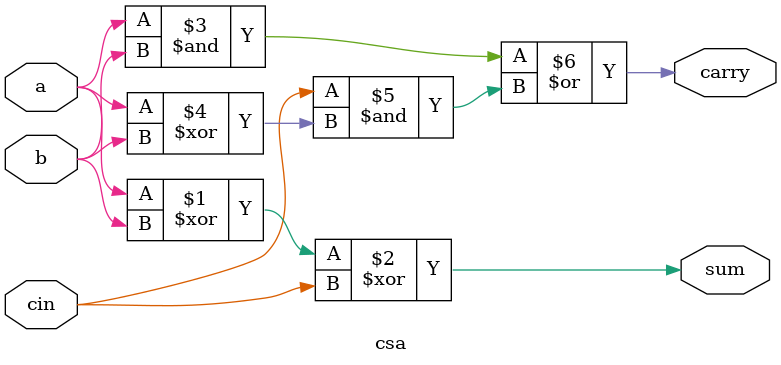
<source format=v>
module csa (
    a,b,cin,sum,carry
);
input a,b,cin;
output sum,carry;

assign sum = a ^ b ^ cin;
assign carry = (a & b) | (cin & (a ^ b));
endmodule

</source>
